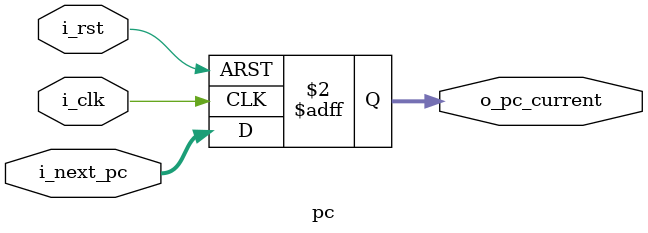
<source format=sv>
module pc(
  input  logic i_clk               , 
  input  logic i_rst              ,
 // input  logic i_stall            ,
  input  logic [31:0] i_next_pc    ,
  output logic [31:0] o_pc_current
);

always_ff @(posedge i_clk or posedge i_rst) begin
    if (i_rst)
        o_pc_current <= 32'd0;
    else// if (!i_stall)
         o_pc_current <= i_next_pc;
end
endmodule

</source>
